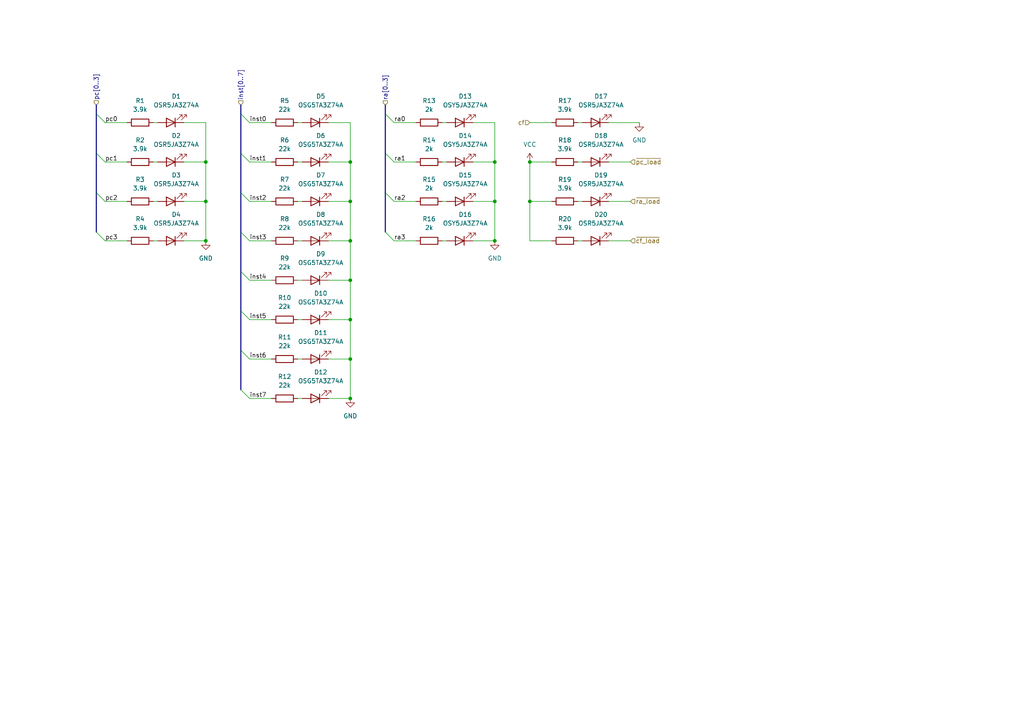
<source format=kicad_sch>
(kicad_sch (version 20211123) (generator eeschema)

  (uuid 8f3b5555-d0be-4ae3-a2d0-316f3ec550e0)

  (paper "A4")

  (lib_symbols
    (symbol "Device:LED" (pin_numbers hide) (pin_names (offset 1.016) hide) (in_bom yes) (on_board yes)
      (property "Reference" "D" (id 0) (at 0 2.54 0)
        (effects (font (size 1.27 1.27)))
      )
      (property "Value" "LED" (id 1) (at 0 -2.54 0)
        (effects (font (size 1.27 1.27)))
      )
      (property "Footprint" "" (id 2) (at 0 0 0)
        (effects (font (size 1.27 1.27)) hide)
      )
      (property "Datasheet" "~" (id 3) (at 0 0 0)
        (effects (font (size 1.27 1.27)) hide)
      )
      (property "ki_keywords" "LED diode" (id 4) (at 0 0 0)
        (effects (font (size 1.27 1.27)) hide)
      )
      (property "ki_description" "Light emitting diode" (id 5) (at 0 0 0)
        (effects (font (size 1.27 1.27)) hide)
      )
      (property "ki_fp_filters" "LED* LED_SMD:* LED_THT:*" (id 6) (at 0 0 0)
        (effects (font (size 1.27 1.27)) hide)
      )
      (symbol "LED_0_1"
        (polyline
          (pts
            (xy -1.27 -1.27)
            (xy -1.27 1.27)
          )
          (stroke (width 0.254) (type default) (color 0 0 0 0))
          (fill (type none))
        )
        (polyline
          (pts
            (xy -1.27 0)
            (xy 1.27 0)
          )
          (stroke (width 0) (type default) (color 0 0 0 0))
          (fill (type none))
        )
        (polyline
          (pts
            (xy 1.27 -1.27)
            (xy 1.27 1.27)
            (xy -1.27 0)
            (xy 1.27 -1.27)
          )
          (stroke (width 0.254) (type default) (color 0 0 0 0))
          (fill (type none))
        )
        (polyline
          (pts
            (xy -3.048 -0.762)
            (xy -4.572 -2.286)
            (xy -3.81 -2.286)
            (xy -4.572 -2.286)
            (xy -4.572 -1.524)
          )
          (stroke (width 0) (type default) (color 0 0 0 0))
          (fill (type none))
        )
        (polyline
          (pts
            (xy -1.778 -0.762)
            (xy -3.302 -2.286)
            (xy -2.54 -2.286)
            (xy -3.302 -2.286)
            (xy -3.302 -1.524)
          )
          (stroke (width 0) (type default) (color 0 0 0 0))
          (fill (type none))
        )
      )
      (symbol "LED_1_1"
        (pin passive line (at -3.81 0 0) (length 2.54)
          (name "K" (effects (font (size 1.27 1.27))))
          (number "1" (effects (font (size 1.27 1.27))))
        )
        (pin passive line (at 3.81 0 180) (length 2.54)
          (name "A" (effects (font (size 1.27 1.27))))
          (number "2" (effects (font (size 1.27 1.27))))
        )
      )
    )
    (symbol "Device:R" (pin_numbers hide) (pin_names (offset 0)) (in_bom yes) (on_board yes)
      (property "Reference" "R" (id 0) (at 2.032 0 90)
        (effects (font (size 1.27 1.27)))
      )
      (property "Value" "R" (id 1) (at 0 0 90)
        (effects (font (size 1.27 1.27)))
      )
      (property "Footprint" "" (id 2) (at -1.778 0 90)
        (effects (font (size 1.27 1.27)) hide)
      )
      (property "Datasheet" "~" (id 3) (at 0 0 0)
        (effects (font (size 1.27 1.27)) hide)
      )
      (property "ki_keywords" "R res resistor" (id 4) (at 0 0 0)
        (effects (font (size 1.27 1.27)) hide)
      )
      (property "ki_description" "Resistor" (id 5) (at 0 0 0)
        (effects (font (size 1.27 1.27)) hide)
      )
      (property "ki_fp_filters" "R_*" (id 6) (at 0 0 0)
        (effects (font (size 1.27 1.27)) hide)
      )
      (symbol "R_0_1"
        (rectangle (start -1.016 -2.54) (end 1.016 2.54)
          (stroke (width 0.254) (type default) (color 0 0 0 0))
          (fill (type none))
        )
      )
      (symbol "R_1_1"
        (pin passive line (at 0 3.81 270) (length 1.27)
          (name "~" (effects (font (size 1.27 1.27))))
          (number "1" (effects (font (size 1.27 1.27))))
        )
        (pin passive line (at 0 -3.81 90) (length 1.27)
          (name "~" (effects (font (size 1.27 1.27))))
          (number "2" (effects (font (size 1.27 1.27))))
        )
      )
    )
    (symbol "power:GND" (power) (pin_names (offset 0)) (in_bom yes) (on_board yes)
      (property "Reference" "#PWR" (id 0) (at 0 -6.35 0)
        (effects (font (size 1.27 1.27)) hide)
      )
      (property "Value" "GND" (id 1) (at 0 -3.81 0)
        (effects (font (size 1.27 1.27)))
      )
      (property "Footprint" "" (id 2) (at 0 0 0)
        (effects (font (size 1.27 1.27)) hide)
      )
      (property "Datasheet" "" (id 3) (at 0 0 0)
        (effects (font (size 1.27 1.27)) hide)
      )
      (property "ki_keywords" "power-flag" (id 4) (at 0 0 0)
        (effects (font (size 1.27 1.27)) hide)
      )
      (property "ki_description" "Power symbol creates a global label with name \"GND\" , ground" (id 5) (at 0 0 0)
        (effects (font (size 1.27 1.27)) hide)
      )
      (symbol "GND_0_1"
        (polyline
          (pts
            (xy 0 0)
            (xy 0 -1.27)
            (xy 1.27 -1.27)
            (xy 0 -2.54)
            (xy -1.27 -1.27)
            (xy 0 -1.27)
          )
          (stroke (width 0) (type default) (color 0 0 0 0))
          (fill (type none))
        )
      )
      (symbol "GND_1_1"
        (pin power_in line (at 0 0 270) (length 0) hide
          (name "GND" (effects (font (size 1.27 1.27))))
          (number "1" (effects (font (size 1.27 1.27))))
        )
      )
    )
    (symbol "power:VCC" (power) (pin_names (offset 0)) (in_bom yes) (on_board yes)
      (property "Reference" "#PWR" (id 0) (at 0 -3.81 0)
        (effects (font (size 1.27 1.27)) hide)
      )
      (property "Value" "VCC" (id 1) (at 0 3.81 0)
        (effects (font (size 1.27 1.27)))
      )
      (property "Footprint" "" (id 2) (at 0 0 0)
        (effects (font (size 1.27 1.27)) hide)
      )
      (property "Datasheet" "" (id 3) (at 0 0 0)
        (effects (font (size 1.27 1.27)) hide)
      )
      (property "ki_keywords" "power-flag" (id 4) (at 0 0 0)
        (effects (font (size 1.27 1.27)) hide)
      )
      (property "ki_description" "Power symbol creates a global label with name \"VCC\"" (id 5) (at 0 0 0)
        (effects (font (size 1.27 1.27)) hide)
      )
      (symbol "VCC_0_1"
        (polyline
          (pts
            (xy -0.762 1.27)
            (xy 0 2.54)
          )
          (stroke (width 0) (type default) (color 0 0 0 0))
          (fill (type none))
        )
        (polyline
          (pts
            (xy 0 0)
            (xy 0 2.54)
          )
          (stroke (width 0) (type default) (color 0 0 0 0))
          (fill (type none))
        )
        (polyline
          (pts
            (xy 0 2.54)
            (xy 0.762 1.27)
          )
          (stroke (width 0) (type default) (color 0 0 0 0))
          (fill (type none))
        )
      )
      (symbol "VCC_1_1"
        (pin power_in line (at 0 0 90) (length 0) hide
          (name "VCC" (effects (font (size 1.27 1.27))))
          (number "1" (effects (font (size 1.27 1.27))))
        )
      )
    )
  )

  (junction (at 101.6 46.99) (diameter 0) (color 0 0 0 0)
    (uuid 00e36806-113d-4f22-889e-3cd7be76ac5d)
  )
  (junction (at 101.6 58.42) (diameter 0) (color 0 0 0 0)
    (uuid 0b5df363-a7dc-4589-98ee-393869780f38)
  )
  (junction (at 153.67 46.99) (diameter 0) (color 0 0 0 0)
    (uuid 2d54b32e-12ef-4618-97bc-03ec0420f708)
  )
  (junction (at 101.6 104.14) (diameter 0) (color 0 0 0 0)
    (uuid 3ffce523-60ef-4ab3-a2c8-166a9e95c900)
  )
  (junction (at 143.51 46.99) (diameter 0) (color 0 0 0 0)
    (uuid 583082a0-7e46-49e6-b8d2-60787ec7825c)
  )
  (junction (at 101.6 115.57) (diameter 0) (color 0 0 0 0)
    (uuid 84e5e1a0-2ad6-4029-8c11-2081bac370ac)
  )
  (junction (at 59.69 69.85) (diameter 0) (color 0 0 0 0)
    (uuid 8538361c-c627-4993-afaa-bf01788b515d)
  )
  (junction (at 59.69 46.99) (diameter 0) (color 0 0 0 0)
    (uuid 8b169b1a-0639-4ed4-ac69-f5f9dfbf3aaa)
  )
  (junction (at 101.6 92.71) (diameter 0) (color 0 0 0 0)
    (uuid a573f386-4079-4b9d-b24a-834bb1a609d8)
  )
  (junction (at 59.69 58.42) (diameter 0) (color 0 0 0 0)
    (uuid b9ad1130-10e2-4405-9330-61241cdbaded)
  )
  (junction (at 101.6 69.85) (diameter 0) (color 0 0 0 0)
    (uuid c043b341-cb90-4855-a987-3949d52eb074)
  )
  (junction (at 143.51 58.42) (diameter 0) (color 0 0 0 0)
    (uuid c7a82cbe-3e92-4254-961c-47c2048fa6a2)
  )
  (junction (at 143.51 69.85) (diameter 0) (color 0 0 0 0)
    (uuid ceb3de01-ed2d-4294-98c0-dbac7526adf6)
  )
  (junction (at 153.67 58.42) (diameter 0) (color 0 0 0 0)
    (uuid d715d530-cb49-461e-acac-0183b228a497)
  )
  (junction (at 101.6 81.28) (diameter 0) (color 0 0 0 0)
    (uuid da1b4685-66ec-4d1c-9b0b-3995e94e78e9)
  )

  (bus_entry (at 111.76 33.02) (size 2.54 2.54)
    (stroke (width 0) (type default) (color 0 0 0 0))
    (uuid 2df5d48e-561d-41f5-9142-201971a2806a)
  )
  (bus_entry (at 111.76 67.31) (size 2.54 2.54)
    (stroke (width 0) (type default) (color 0 0 0 0))
    (uuid 3d91912f-3b96-4414-b79f-48df5dee0aba)
  )
  (bus_entry (at 69.85 67.31) (size 2.54 2.54)
    (stroke (width 0) (type default) (color 0 0 0 0))
    (uuid 4b65c5f6-0967-444e-993a-9283d50bb3c2)
  )
  (bus_entry (at 69.85 33.02) (size 2.54 2.54)
    (stroke (width 0) (type default) (color 0 0 0 0))
    (uuid 5677aff8-277b-4c50-b605-aea5cba5119c)
  )
  (bus_entry (at 27.94 55.88) (size 2.54 2.54)
    (stroke (width 0) (type default) (color 0 0 0 0))
    (uuid 58739576-1456-4826-b893-185fa783ab1a)
  )
  (bus_entry (at 27.94 67.31) (size 2.54 2.54)
    (stroke (width 0) (type default) (color 0 0 0 0))
    (uuid 5bfe732b-5c28-4344-bd97-ebebe80ba405)
  )
  (bus_entry (at 69.85 78.74) (size 2.54 2.54)
    (stroke (width 0) (type default) (color 0 0 0 0))
    (uuid 63944588-68d5-42a6-a5a6-ac157aa80777)
  )
  (bus_entry (at 69.85 113.03) (size 2.54 2.54)
    (stroke (width 0) (type default) (color 0 0 0 0))
    (uuid 71b67ff1-e676-4442-b222-8dafd1aa408f)
  )
  (bus_entry (at 69.85 44.45) (size 2.54 2.54)
    (stroke (width 0) (type default) (color 0 0 0 0))
    (uuid 96d64ec3-74dd-45f3-9f77-b1b10a62a585)
  )
  (bus_entry (at 27.94 44.45) (size 2.54 2.54)
    (stroke (width 0) (type default) (color 0 0 0 0))
    (uuid 9ab02d8b-4f32-4e10-a9d6-017e27d60ac6)
  )
  (bus_entry (at 111.76 55.88) (size 2.54 2.54)
    (stroke (width 0) (type default) (color 0 0 0 0))
    (uuid b0d12cfc-4089-4b75-9ff3-a91181f5e560)
  )
  (bus_entry (at 69.85 101.6) (size 2.54 2.54)
    (stroke (width 0) (type default) (color 0 0 0 0))
    (uuid b2fb94fd-6068-4585-a145-7bcec9ef8fd4)
  )
  (bus_entry (at 111.76 44.45) (size 2.54 2.54)
    (stroke (width 0) (type default) (color 0 0 0 0))
    (uuid c44562f0-c44f-48e0-8232-c2e43dc26e75)
  )
  (bus_entry (at 27.94 33.02) (size 2.54 2.54)
    (stroke (width 0) (type default) (color 0 0 0 0))
    (uuid d550f592-d009-45f9-9b05-1ba42456b26c)
  )
  (bus_entry (at 69.85 90.17) (size 2.54 2.54)
    (stroke (width 0) (type default) (color 0 0 0 0))
    (uuid f1f4d871-0962-4692-851b-f7d3ef465078)
  )
  (bus_entry (at 69.85 55.88) (size 2.54 2.54)
    (stroke (width 0) (type default) (color 0 0 0 0))
    (uuid f37bfd48-4b23-41e3-bd2c-44184ce9fd92)
  )

  (wire (pts (xy 101.6 69.85) (xy 101.6 81.28))
    (stroke (width 0) (type default) (color 0 0 0 0))
    (uuid 06c07836-4b6e-4fdd-a9e0-51959941ee09)
  )
  (wire (pts (xy 114.3 69.85) (xy 120.65 69.85))
    (stroke (width 0) (type default) (color 0 0 0 0))
    (uuid 0ab36684-7850-4bcc-b254-e3568cc1b15b)
  )
  (wire (pts (xy 86.36 115.57) (xy 87.63 115.57))
    (stroke (width 0) (type default) (color 0 0 0 0))
    (uuid 0affd8c4-7415-4286-a4bb-a4afee5d4d34)
  )
  (wire (pts (xy 86.36 35.56) (xy 87.63 35.56))
    (stroke (width 0) (type default) (color 0 0 0 0))
    (uuid 0cecc6f2-13bf-4f97-8c35-81c0a2be4ffb)
  )
  (bus (pts (xy 69.85 78.74) (xy 69.85 90.17))
    (stroke (width 0) (type default) (color 0 0 0 0))
    (uuid 135ae955-ab9f-4f41-ac65-f037ace4b33f)
  )

  (wire (pts (xy 86.36 69.85) (xy 87.63 69.85))
    (stroke (width 0) (type default) (color 0 0 0 0))
    (uuid 161200e4-736a-4698-8fd5-d6941bf1e5f4)
  )
  (wire (pts (xy 101.6 35.56) (xy 101.6 46.99))
    (stroke (width 0) (type default) (color 0 0 0 0))
    (uuid 1689c5ba-8c40-453c-9ac5-00179b3e8951)
  )
  (wire (pts (xy 95.25 58.42) (xy 101.6 58.42))
    (stroke (width 0) (type default) (color 0 0 0 0))
    (uuid 197bcb68-24b3-4894-b4e6-dd9c5d48470f)
  )
  (wire (pts (xy 128.27 46.99) (xy 129.54 46.99))
    (stroke (width 0) (type default) (color 0 0 0 0))
    (uuid 1a29dda4-14ba-4cce-9812-078af5f65e79)
  )
  (wire (pts (xy 30.48 35.56) (xy 36.83 35.56))
    (stroke (width 0) (type default) (color 0 0 0 0))
    (uuid 1ac3f38e-f8b9-44a1-a77e-41e68b1fba71)
  )
  (wire (pts (xy 44.45 46.99) (xy 45.72 46.99))
    (stroke (width 0) (type default) (color 0 0 0 0))
    (uuid 1dede7a4-a4b1-4075-a364-a810f210312f)
  )
  (wire (pts (xy 137.16 35.56) (xy 143.51 35.56))
    (stroke (width 0) (type default) (color 0 0 0 0))
    (uuid 1f9b3d64-cd0e-4abe-8357-17b33210a5a9)
  )
  (wire (pts (xy 167.64 35.56) (xy 168.91 35.56))
    (stroke (width 0) (type default) (color 0 0 0 0))
    (uuid 2033eed4-00ce-4cad-a50f-71d9a5ba116a)
  )
  (wire (pts (xy 72.39 81.28) (xy 78.74 81.28))
    (stroke (width 0) (type default) (color 0 0 0 0))
    (uuid 251957a2-33ef-45ad-9b5e-169e76e5ec0f)
  )
  (wire (pts (xy 137.16 69.85) (xy 143.51 69.85))
    (stroke (width 0) (type default) (color 0 0 0 0))
    (uuid 26783648-88ba-441b-8261-98986d121cfe)
  )
  (wire (pts (xy 101.6 104.14) (xy 101.6 115.57))
    (stroke (width 0) (type default) (color 0 0 0 0))
    (uuid 277286fb-93fa-4715-9772-a15f4b01cd81)
  )
  (bus (pts (xy 111.76 30.48) (xy 111.76 33.02))
    (stroke (width 0) (type default) (color 0 0 0 0))
    (uuid 28ea4023-e077-4efd-9e55-e3ee36ad9b72)
  )

  (wire (pts (xy 143.51 46.99) (xy 143.51 58.42))
    (stroke (width 0) (type default) (color 0 0 0 0))
    (uuid 29304dd2-f702-4c6d-aabc-8ecefc79e27b)
  )
  (bus (pts (xy 69.85 55.88) (xy 69.85 67.31))
    (stroke (width 0) (type default) (color 0 0 0 0))
    (uuid 2b19b9db-4ad1-4170-a00f-5b3f7b26c210)
  )

  (wire (pts (xy 59.69 46.99) (xy 59.69 58.42))
    (stroke (width 0) (type default) (color 0 0 0 0))
    (uuid 2ec81aca-4f53-4379-8de4-713725a488df)
  )
  (wire (pts (xy 72.39 92.71) (xy 78.74 92.71))
    (stroke (width 0) (type default) (color 0 0 0 0))
    (uuid 32375828-a403-4c06-bd0d-3937249e53d4)
  )
  (wire (pts (xy 59.69 58.42) (xy 59.69 69.85))
    (stroke (width 0) (type default) (color 0 0 0 0))
    (uuid 3383b90c-9b5d-473b-8710-972f0385a8a3)
  )
  (bus (pts (xy 27.94 30.48) (xy 27.94 33.02))
    (stroke (width 0) (type default) (color 0 0 0 0))
    (uuid 38693425-24e0-4b78-adff-b26e77b3b89f)
  )

  (wire (pts (xy 95.25 115.57) (xy 101.6 115.57))
    (stroke (width 0) (type default) (color 0 0 0 0))
    (uuid 3875a512-5210-4e64-869a-ed443ad5705f)
  )
  (wire (pts (xy 95.25 92.71) (xy 101.6 92.71))
    (stroke (width 0) (type default) (color 0 0 0 0))
    (uuid 398cec28-4f3a-4c2f-abb7-3d696ff357e3)
  )
  (wire (pts (xy 53.34 35.56) (xy 59.69 35.56))
    (stroke (width 0) (type default) (color 0 0 0 0))
    (uuid 3f1423f5-180a-4b41-8525-085a0e3ba396)
  )
  (wire (pts (xy 101.6 46.99) (xy 101.6 58.42))
    (stroke (width 0) (type default) (color 0 0 0 0))
    (uuid 42bb7f9f-3671-415f-b94c-79e67274673f)
  )
  (wire (pts (xy 95.25 81.28) (xy 101.6 81.28))
    (stroke (width 0) (type default) (color 0 0 0 0))
    (uuid 440f8abc-222e-4851-9c5a-bb2567db1038)
  )
  (wire (pts (xy 86.36 104.14) (xy 87.63 104.14))
    (stroke (width 0) (type default) (color 0 0 0 0))
    (uuid 47503c7f-1821-4dfe-94fe-af057f5d026a)
  )
  (wire (pts (xy 53.34 58.42) (xy 59.69 58.42))
    (stroke (width 0) (type default) (color 0 0 0 0))
    (uuid 4860b7ca-5462-43f4-a38e-eb1a17b607b0)
  )
  (wire (pts (xy 44.45 35.56) (xy 45.72 35.56))
    (stroke (width 0) (type default) (color 0 0 0 0))
    (uuid 491fcc44-25c8-47d1-aaca-26f5edf31fc2)
  )
  (wire (pts (xy 153.67 58.42) (xy 160.02 58.42))
    (stroke (width 0) (type default) (color 0 0 0 0))
    (uuid 4cdd832b-2131-4c85-9194-bab45563dec7)
  )
  (wire (pts (xy 95.25 46.99) (xy 101.6 46.99))
    (stroke (width 0) (type default) (color 0 0 0 0))
    (uuid 50117ddc-6e86-4e17-8aa6-a8d1fdaa1177)
  )
  (wire (pts (xy 176.53 46.99) (xy 182.88 46.99))
    (stroke (width 0) (type default) (color 0 0 0 0))
    (uuid 50c6d0aa-4a35-4a62-9c9b-d01c65dda222)
  )
  (bus (pts (xy 111.76 55.88) (xy 111.76 67.31))
    (stroke (width 0) (type default) (color 0 0 0 0))
    (uuid 540812fd-51e4-49cc-a08c-417cd3a0f7c7)
  )

  (wire (pts (xy 143.51 35.56) (xy 143.51 46.99))
    (stroke (width 0) (type default) (color 0 0 0 0))
    (uuid 54e1d078-e104-4fb0-994c-ab98f4fc5d3c)
  )
  (bus (pts (xy 69.85 44.45) (xy 69.85 55.88))
    (stroke (width 0) (type default) (color 0 0 0 0))
    (uuid 56ccb014-0b3a-4ed5-a9d0-c70f892a18b4)
  )

  (wire (pts (xy 44.45 58.42) (xy 45.72 58.42))
    (stroke (width 0) (type default) (color 0 0 0 0))
    (uuid 576e235f-bb99-4c21-8ca8-f30dfcb79721)
  )
  (wire (pts (xy 114.3 58.42) (xy 120.65 58.42))
    (stroke (width 0) (type default) (color 0 0 0 0))
    (uuid 5b8e1b8e-e7d3-4459-aa01-635d0a3da4ba)
  )
  (wire (pts (xy 137.16 58.42) (xy 143.51 58.42))
    (stroke (width 0) (type default) (color 0 0 0 0))
    (uuid 5bb4f561-5bd6-412d-8299-809efe3b3ab0)
  )
  (wire (pts (xy 176.53 35.56) (xy 185.42 35.56))
    (stroke (width 0) (type default) (color 0 0 0 0))
    (uuid 5cf8aa75-8a40-4343-af3a-05aa497123fb)
  )
  (wire (pts (xy 95.25 69.85) (xy 101.6 69.85))
    (stroke (width 0) (type default) (color 0 0 0 0))
    (uuid 5f876b0a-ae9e-48b1-97b6-a051505deb4f)
  )
  (bus (pts (xy 69.85 90.17) (xy 69.85 101.6))
    (stroke (width 0) (type default) (color 0 0 0 0))
    (uuid 60c2d4f1-2082-46ff-b38e-4ca9252bc196)
  )

  (wire (pts (xy 72.39 115.57) (xy 78.74 115.57))
    (stroke (width 0) (type default) (color 0 0 0 0))
    (uuid 6137289a-601d-4ac5-9046-551188f0001f)
  )
  (wire (pts (xy 153.67 35.56) (xy 160.02 35.56))
    (stroke (width 0) (type default) (color 0 0 0 0))
    (uuid 62afd704-08bc-42b9-aab2-ff50805ec9aa)
  )
  (wire (pts (xy 101.6 81.28) (xy 101.6 92.71))
    (stroke (width 0) (type default) (color 0 0 0 0))
    (uuid 6b5b9bc3-4e28-4dd3-833d-4f5fe51bebfe)
  )
  (wire (pts (xy 72.39 46.99) (xy 78.74 46.99))
    (stroke (width 0) (type default) (color 0 0 0 0))
    (uuid 6b717636-553b-4c6c-b9ad-4617676c956a)
  )
  (wire (pts (xy 114.3 46.99) (xy 120.65 46.99))
    (stroke (width 0) (type default) (color 0 0 0 0))
    (uuid 6c8f3e7a-dca0-493f-b7f0-76d5ae381a57)
  )
  (wire (pts (xy 114.3 35.56) (xy 120.65 35.56))
    (stroke (width 0) (type default) (color 0 0 0 0))
    (uuid 6e3bdb8c-575b-43f9-a6a3-94951353f117)
  )
  (wire (pts (xy 72.39 104.14) (xy 78.74 104.14))
    (stroke (width 0) (type default) (color 0 0 0 0))
    (uuid 70bd3c43-a4fe-4321-abff-7c24cb7bc106)
  )
  (wire (pts (xy 153.67 69.85) (xy 160.02 69.85))
    (stroke (width 0) (type default) (color 0 0 0 0))
    (uuid 7212b398-b3cc-4ed6-93e0-2f8a7914b6ed)
  )
  (wire (pts (xy 86.36 92.71) (xy 87.63 92.71))
    (stroke (width 0) (type default) (color 0 0 0 0))
    (uuid 75b6d273-8bd1-48d6-8683-be48217687ff)
  )
  (wire (pts (xy 53.34 69.85) (xy 59.69 69.85))
    (stroke (width 0) (type default) (color 0 0 0 0))
    (uuid 78de2e16-01c6-4187-a3b2-3ebf3c4e070b)
  )
  (wire (pts (xy 176.53 69.85) (xy 182.88 69.85))
    (stroke (width 0) (type default) (color 0 0 0 0))
    (uuid 7b27d3b3-ba5a-497a-9e3c-15380eb99cf6)
  )
  (wire (pts (xy 95.25 104.14) (xy 101.6 104.14))
    (stroke (width 0) (type default) (color 0 0 0 0))
    (uuid 7dec7eb6-bc3f-4c07-903f-b9f053e98b4e)
  )
  (wire (pts (xy 30.48 58.42) (xy 36.83 58.42))
    (stroke (width 0) (type default) (color 0 0 0 0))
    (uuid 8736483d-f2c3-4a99-9f9f-e6c819fb314d)
  )
  (wire (pts (xy 153.67 46.99) (xy 153.67 58.42))
    (stroke (width 0) (type default) (color 0 0 0 0))
    (uuid 8b4ba14a-d820-4064-8633-13be1f692915)
  )
  (wire (pts (xy 95.25 35.56) (xy 101.6 35.56))
    (stroke (width 0) (type default) (color 0 0 0 0))
    (uuid 8c253e73-ce42-4a84-bca6-bf85b5f8d124)
  )
  (wire (pts (xy 137.16 46.99) (xy 143.51 46.99))
    (stroke (width 0) (type default) (color 0 0 0 0))
    (uuid 8e87085f-38ba-46ba-91fb-d05ffe6b46bc)
  )
  (wire (pts (xy 153.67 46.99) (xy 160.02 46.99))
    (stroke (width 0) (type default) (color 0 0 0 0))
    (uuid 913c2881-6476-48a4-bc70-41671c156d63)
  )
  (wire (pts (xy 44.45 69.85) (xy 45.72 69.85))
    (stroke (width 0) (type default) (color 0 0 0 0))
    (uuid 92ea18a0-8d33-4991-99f1-32777b43740e)
  )
  (wire (pts (xy 143.51 58.42) (xy 143.51 69.85))
    (stroke (width 0) (type default) (color 0 0 0 0))
    (uuid 9d062086-fb31-4f68-9fe6-1166c15fc8d5)
  )
  (wire (pts (xy 86.36 81.28) (xy 87.63 81.28))
    (stroke (width 0) (type default) (color 0 0 0 0))
    (uuid 9ef3415a-4b19-4262-ac34-05703753f3aa)
  )
  (bus (pts (xy 69.85 101.6) (xy 69.85 113.03))
    (stroke (width 0) (type default) (color 0 0 0 0))
    (uuid 9fa847a0-24fd-4f02-b948-ffd92802f3aa)
  )

  (wire (pts (xy 167.64 46.99) (xy 168.91 46.99))
    (stroke (width 0) (type default) (color 0 0 0 0))
    (uuid a1cdd5af-32ca-4aa5-967a-17588653e548)
  )
  (bus (pts (xy 69.85 67.31) (xy 69.85 78.74))
    (stroke (width 0) (type default) (color 0 0 0 0))
    (uuid a372327e-358e-42e2-997f-4bf3ad31741a)
  )

  (wire (pts (xy 30.48 69.85) (xy 36.83 69.85))
    (stroke (width 0) (type default) (color 0 0 0 0))
    (uuid a930eabe-700c-4750-b46e-b5e67c9c2f91)
  )
  (bus (pts (xy 111.76 33.02) (xy 111.76 44.45))
    (stroke (width 0) (type default) (color 0 0 0 0))
    (uuid ad975569-5dc9-4ab5-a34f-936371926baf)
  )

  (wire (pts (xy 128.27 35.56) (xy 129.54 35.56))
    (stroke (width 0) (type default) (color 0 0 0 0))
    (uuid b3b79b97-0b16-48f6-89e4-918ec93782a9)
  )
  (wire (pts (xy 72.39 35.56) (xy 78.74 35.56))
    (stroke (width 0) (type default) (color 0 0 0 0))
    (uuid b6a5cb6a-5d0f-4855-b382-e2ddcfa0582a)
  )
  (wire (pts (xy 153.67 58.42) (xy 153.67 69.85))
    (stroke (width 0) (type default) (color 0 0 0 0))
    (uuid b6a66311-6697-4249-abef-b46976fa4bfc)
  )
  (wire (pts (xy 167.64 69.85) (xy 168.91 69.85))
    (stroke (width 0) (type default) (color 0 0 0 0))
    (uuid b77e96c0-261d-4a2c-8886-f0bb93cb87c4)
  )
  (wire (pts (xy 167.64 58.42) (xy 168.91 58.42))
    (stroke (width 0) (type default) (color 0 0 0 0))
    (uuid b9c16208-ba8f-445a-8d53-dbb3ab776c3c)
  )
  (wire (pts (xy 53.34 46.99) (xy 59.69 46.99))
    (stroke (width 0) (type default) (color 0 0 0 0))
    (uuid bc4cee09-3e7b-4dae-814a-f8e1a5d27a71)
  )
  (wire (pts (xy 101.6 58.42) (xy 101.6 69.85))
    (stroke (width 0) (type default) (color 0 0 0 0))
    (uuid bed7c9d3-eb6c-4625-b140-27ee26e0de08)
  )
  (bus (pts (xy 111.76 44.45) (xy 111.76 55.88))
    (stroke (width 0) (type default) (color 0 0 0 0))
    (uuid c4466aeb-fa86-4d1c-b832-a360dbd24b1c)
  )
  (bus (pts (xy 27.94 33.02) (xy 27.94 44.45))
    (stroke (width 0) (type default) (color 0 0 0 0))
    (uuid c54e3e05-4b50-419b-8c20-b95b88b96936)
  )

  (wire (pts (xy 101.6 92.71) (xy 101.6 104.14))
    (stroke (width 0) (type default) (color 0 0 0 0))
    (uuid c7d9913c-078d-49c5-870e-0ec3a3fdc00f)
  )
  (bus (pts (xy 27.94 44.45) (xy 27.94 55.88))
    (stroke (width 0) (type default) (color 0 0 0 0))
    (uuid d40b26d7-225e-41f3-a7ff-786d20554d69)
  )

  (wire (pts (xy 59.69 35.56) (xy 59.69 46.99))
    (stroke (width 0) (type default) (color 0 0 0 0))
    (uuid d8bc2fe2-fba0-446d-a620-fb6b33636492)
  )
  (bus (pts (xy 27.94 55.88) (xy 27.94 67.31))
    (stroke (width 0) (type default) (color 0 0 0 0))
    (uuid d9b3cd32-4bc0-4b1a-bd0a-61466e1e0ffb)
  )
  (bus (pts (xy 69.85 30.48) (xy 69.85 33.02))
    (stroke (width 0) (type default) (color 0 0 0 0))
    (uuid e4a8d258-5382-464b-8f02-3c4c1100412c)
  )

  (wire (pts (xy 86.36 58.42) (xy 87.63 58.42))
    (stroke (width 0) (type default) (color 0 0 0 0))
    (uuid e5797d39-57eb-4972-8c09-50f486be9356)
  )
  (wire (pts (xy 128.27 58.42) (xy 129.54 58.42))
    (stroke (width 0) (type default) (color 0 0 0 0))
    (uuid ee6b030b-8185-46fc-a997-ce0d2edd09cf)
  )
  (wire (pts (xy 176.53 58.42) (xy 182.88 58.42))
    (stroke (width 0) (type default) (color 0 0 0 0))
    (uuid f29ab9ff-0c6c-484b-b9a4-e8e0370bbc10)
  )
  (bus (pts (xy 69.85 33.02) (xy 69.85 44.45))
    (stroke (width 0) (type default) (color 0 0 0 0))
    (uuid f5e39e11-4e32-4d48-9bfe-5f18bf1c64e5)
  )

  (wire (pts (xy 128.27 69.85) (xy 129.54 69.85))
    (stroke (width 0) (type default) (color 0 0 0 0))
    (uuid f7a1fdec-3373-4f2c-9bd7-3412559ac482)
  )
  (wire (pts (xy 72.39 69.85) (xy 78.74 69.85))
    (stroke (width 0) (type default) (color 0 0 0 0))
    (uuid f86b24e1-4d92-449c-9b91-24fa8422d216)
  )
  (wire (pts (xy 86.36 46.99) (xy 87.63 46.99))
    (stroke (width 0) (type default) (color 0 0 0 0))
    (uuid fdcc983a-be7a-4e08-bdad-34151d00e36e)
  )
  (wire (pts (xy 30.48 46.99) (xy 36.83 46.99))
    (stroke (width 0) (type default) (color 0 0 0 0))
    (uuid fe766097-3f5c-42f5-aa02-29f2ac723b79)
  )
  (wire (pts (xy 72.39 58.42) (xy 78.74 58.42))
    (stroke (width 0) (type default) (color 0 0 0 0))
    (uuid ff8b2ff2-774d-4bc8-bf59-feb4e8dca6a3)
  )

  (label "inst1" (at 72.39 46.99 0)
    (effects (font (size 1.27 1.27)) (justify left bottom))
    (uuid 08edb32f-8304-4881-8a22-ed6816b17aa7)
  )
  (label "ra0" (at 114.3 35.56 0)
    (effects (font (size 1.27 1.27)) (justify left bottom))
    (uuid 0a186031-db59-4edb-85f4-f658d3fa970c)
  )
  (label "inst4" (at 72.39 81.28 0)
    (effects (font (size 1.27 1.27)) (justify left bottom))
    (uuid 154f90a2-5ead-4c37-914e-c3812488e620)
  )
  (label "inst7" (at 72.39 115.57 0)
    (effects (font (size 1.27 1.27)) (justify left bottom))
    (uuid 2292fec9-6281-493f-b69e-a735f3a36576)
  )
  (label "inst5" (at 72.39 92.71 0)
    (effects (font (size 1.27 1.27)) (justify left bottom))
    (uuid 411366ed-3973-4d4b-9b01-82ebe7d6dba5)
  )
  (label "pc1" (at 30.48 46.99 0)
    (effects (font (size 1.27 1.27)) (justify left bottom))
    (uuid 66098e52-3dfd-4bb2-909c-3120ba22a1b5)
  )
  (label "pc2" (at 30.48 58.42 0)
    (effects (font (size 1.27 1.27)) (justify left bottom))
    (uuid 7a741490-4adb-4307-a30c-45f41a4dc9fc)
  )
  (label "pc3" (at 30.48 69.85 0)
    (effects (font (size 1.27 1.27)) (justify left bottom))
    (uuid 8842fdd6-98fb-4347-8d57-1355e8ae7a90)
  )
  (label "inst6" (at 72.39 104.14 0)
    (effects (font (size 1.27 1.27)) (justify left bottom))
    (uuid 8b5c0fcd-1ce3-49a6-bb9e-21d3124e5fe3)
  )
  (label "ra1" (at 114.3 46.99 0)
    (effects (font (size 1.27 1.27)) (justify left bottom))
    (uuid 9b033cac-fc25-4a31-89ef-919bf45c219f)
  )
  (label "pc0" (at 30.48 35.56 0)
    (effects (font (size 1.27 1.27)) (justify left bottom))
    (uuid ad99d4a3-0792-418d-8afc-7300486bdc4f)
  )
  (label "inst3" (at 72.39 69.85 0)
    (effects (font (size 1.27 1.27)) (justify left bottom))
    (uuid b2255c27-66b0-40ee-ae44-2c03278e2dc7)
  )
  (label "inst2" (at 72.39 58.42 0)
    (effects (font (size 1.27 1.27)) (justify left bottom))
    (uuid bbafbf97-2ca0-43a7-8b2c-074bed245bc9)
  )
  (label "ra2" (at 114.3 58.42 0)
    (effects (font (size 1.27 1.27)) (justify left bottom))
    (uuid e12a4585-06a6-4ecf-8d07-b6616cc5aa0e)
  )
  (label "inst0" (at 72.39 35.56 0)
    (effects (font (size 1.27 1.27)) (justify left bottom))
    (uuid f4a2c4a2-300d-431e-929b-f80e68d45521)
  )
  (label "ra3" (at 114.3 69.85 0)
    (effects (font (size 1.27 1.27)) (justify left bottom))
    (uuid fd8c4f4f-ef2d-4558-9d70-467c39c2ff6a)
  )

  (hierarchical_label "cf" (shape input) (at 153.67 35.56 180)
    (effects (font (size 1.27 1.27)) (justify right))
    (uuid 1d999859-093c-423f-9ce4-7b95554e1437)
  )
  (hierarchical_label "pc[0..3]" (shape input) (at 27.94 30.48 90)
    (effects (font (size 1.27 1.27)) (justify left))
    (uuid 1f5e0582-6e9b-489e-a357-8d62a842372a)
  )
  (hierarchical_label "~{cf_load}" (shape input) (at 182.88 69.85 0)
    (effects (font (size 1.27 1.27)) (justify left))
    (uuid 4ab53c21-218e-4988-b924-fe34a5dae416)
  )
  (hierarchical_label "~{ra_load}" (shape input) (at 182.88 58.42 0)
    (effects (font (size 1.27 1.27)) (justify left))
    (uuid 8e799a09-fbe5-45db-b95a-d2167d707105)
  )
  (hierarchical_label "inst[0..7]" (shape input) (at 69.85 30.48 90)
    (effects (font (size 1.27 1.27)) (justify left))
    (uuid aa070ae2-0870-4c46-bf78-776588550621)
  )
  (hierarchical_label "ra[0..3]" (shape input) (at 111.76 30.48 90)
    (effects (font (size 1.27 1.27)) (justify left))
    (uuid dcb397d5-257e-4d6a-a0da-9864a0d0e717)
  )
  (hierarchical_label "~{pc_load}" (shape input) (at 182.88 46.99 0)
    (effects (font (size 1.27 1.27)) (justify left))
    (uuid dffa89af-ec46-4ca3-8670-0e85c079ee2c)
  )

  (symbol (lib_id "Device:LED") (at 172.72 46.99 180) (unit 1)
    (in_bom yes) (on_board yes) (fields_autoplaced)
    (uuid 009ba6d1-6340-4264-9398-2b1fbe8f6958)
    (property "Reference" "D18" (id 0) (at 174.3075 39.37 0))
    (property "Value" "OSR5JA3Z74A" (id 1) (at 174.3075 41.91 0))
    (property "Footprint" "LED_THT:LED_D3.0mm_Clear" (id 2) (at 172.72 46.99 0)
      (effects (font (size 1.27 1.27)) hide)
    )
    (property "Datasheet" "~" (id 3) (at 172.72 46.99 0)
      (effects (font (size 1.27 1.27)) hide)
    )
    (pin "1" (uuid 8e187a69-36a2-4969-8d90-08ed49d1ab56))
    (pin "2" (uuid 835a799e-6ee7-45e5-a1d6-45f141a5bc0f))
  )

  (symbol (lib_id "Device:R") (at 124.46 35.56 90) (unit 1)
    (in_bom yes) (on_board yes) (fields_autoplaced)
    (uuid 02e1b676-16de-4e06-96c5-a6cc54683254)
    (property "Reference" "R13" (id 0) (at 124.46 29.21 90))
    (property "Value" "2k" (id 1) (at 124.46 31.75 90))
    (property "Footprint" "Resistor_SMD:R_0805_2012Metric_Pad1.20x1.40mm_HandSolder" (id 2) (at 124.46 37.338 90)
      (effects (font (size 1.27 1.27)) hide)
    )
    (property "Datasheet" "~" (id 3) (at 124.46 35.56 0)
      (effects (font (size 1.27 1.27)) hide)
    )
    (pin "1" (uuid c202f25c-79c9-4970-aed5-61bcd43df03d))
    (pin "2" (uuid bf2c60f0-7d5e-4ba6-96f6-4dd5aacafa3a))
  )

  (symbol (lib_id "Device:R") (at 40.64 58.42 90) (unit 1)
    (in_bom yes) (on_board yes) (fields_autoplaced)
    (uuid 06f069f5-ecad-422c-ac99-816708bce908)
    (property "Reference" "R3" (id 0) (at 40.64 52.07 90))
    (property "Value" "3.9k" (id 1) (at 40.64 54.61 90))
    (property "Footprint" "Resistor_SMD:R_0805_2012Metric_Pad1.20x1.40mm_HandSolder" (id 2) (at 40.64 60.198 90)
      (effects (font (size 1.27 1.27)) hide)
    )
    (property "Datasheet" "~" (id 3) (at 40.64 58.42 0)
      (effects (font (size 1.27 1.27)) hide)
    )
    (pin "1" (uuid 0e93187d-f4af-48e5-a1c4-2a6bda49dfdb))
    (pin "2" (uuid 7409c470-6aa2-4d32-97e3-beece7c3116a))
  )

  (symbol (lib_id "Device:LED") (at 133.35 35.56 180) (unit 1)
    (in_bom yes) (on_board yes) (fields_autoplaced)
    (uuid 0ee3a88c-c6ff-4d02-a2f2-70c5504c0819)
    (property "Reference" "D13" (id 0) (at 134.9375 27.94 0))
    (property "Value" "OSY5JA3Z74A" (id 1) (at 134.9375 30.48 0))
    (property "Footprint" "LED_THT:LED_D3.0mm_Clear" (id 2) (at 133.35 35.56 0)
      (effects (font (size 1.27 1.27)) hide)
    )
    (property "Datasheet" "~" (id 3) (at 133.35 35.56 0)
      (effects (font (size 1.27 1.27)) hide)
    )
    (pin "1" (uuid 9a698e76-4234-4b16-b788-d059633f5104))
    (pin "2" (uuid 587084d2-283b-494d-91fd-b3d16f1a7d5f))
  )

  (symbol (lib_id "power:VCC") (at 153.67 46.99 0) (mirror y) (unit 1)
    (in_bom yes) (on_board yes) (fields_autoplaced)
    (uuid 197b0b14-8f00-4344-84c1-fd093674d602)
    (property "Reference" "#PWR0128" (id 0) (at 153.67 50.8 0)
      (effects (font (size 1.27 1.27)) hide)
    )
    (property "Value" "VCC" (id 1) (at 153.67 41.91 0))
    (property "Footprint" "" (id 2) (at 153.67 46.99 0)
      (effects (font (size 1.27 1.27)) hide)
    )
    (property "Datasheet" "" (id 3) (at 153.67 46.99 0)
      (effects (font (size 1.27 1.27)) hide)
    )
    (pin "1" (uuid da833205-a0c1-4189-924f-80e671865feb))
  )

  (symbol (lib_id "Device:R") (at 163.83 69.85 90) (unit 1)
    (in_bom yes) (on_board yes) (fields_autoplaced)
    (uuid 19f6cd05-b22e-4a4f-9d77-dfd7ed2dc605)
    (property "Reference" "R20" (id 0) (at 163.83 63.5 90))
    (property "Value" "3.9k" (id 1) (at 163.83 66.04 90))
    (property "Footprint" "Resistor_SMD:R_0805_2012Metric_Pad1.20x1.40mm_HandSolder" (id 2) (at 163.83 71.628 90)
      (effects (font (size 1.27 1.27)) hide)
    )
    (property "Datasheet" "~" (id 3) (at 163.83 69.85 0)
      (effects (font (size 1.27 1.27)) hide)
    )
    (pin "1" (uuid 95d4fbb9-ce91-4dca-b805-97f1258e3c11))
    (pin "2" (uuid 2e01e2d4-69e0-4431-b279-70127d7f4453))
  )

  (symbol (lib_id "Device:R") (at 163.83 46.99 90) (unit 1)
    (in_bom yes) (on_board yes) (fields_autoplaced)
    (uuid 1d388006-6e64-49fb-8543-fd51fb7ee7bb)
    (property "Reference" "R18" (id 0) (at 163.83 40.64 90))
    (property "Value" "3.9k" (id 1) (at 163.83 43.18 90))
    (property "Footprint" "Resistor_SMD:R_0805_2012Metric_Pad1.20x1.40mm_HandSolder" (id 2) (at 163.83 48.768 90)
      (effects (font (size 1.27 1.27)) hide)
    )
    (property "Datasheet" "~" (id 3) (at 163.83 46.99 0)
      (effects (font (size 1.27 1.27)) hide)
    )
    (pin "1" (uuid 535667f6-e7de-44e2-bb63-217b28599b7e))
    (pin "2" (uuid f510b0fd-65c4-4dec-861c-e9084dfe2015))
  )

  (symbol (lib_id "Device:R") (at 82.55 69.85 90) (unit 1)
    (in_bom yes) (on_board yes) (fields_autoplaced)
    (uuid 22c8e6bb-1d64-4224-aa92-4977c2ac4d67)
    (property "Reference" "R8" (id 0) (at 82.55 63.5 90))
    (property "Value" "22k" (id 1) (at 82.55 66.04 90))
    (property "Footprint" "Resistor_SMD:R_0805_2012Metric_Pad1.20x1.40mm_HandSolder" (id 2) (at 82.55 71.628 90)
      (effects (font (size 1.27 1.27)) hide)
    )
    (property "Datasheet" "~" (id 3) (at 82.55 69.85 0)
      (effects (font (size 1.27 1.27)) hide)
    )
    (pin "1" (uuid 9c879bff-3c3c-49e5-a790-4cef3c8359ed))
    (pin "2" (uuid 9ae56082-9a7c-4b53-854d-0382e3f4b1c3))
  )

  (symbol (lib_id "Device:LED") (at 172.72 58.42 180) (unit 1)
    (in_bom yes) (on_board yes) (fields_autoplaced)
    (uuid 28c8b1d8-184c-487f-991e-2a87c5da7fbc)
    (property "Reference" "D19" (id 0) (at 174.3075 50.8 0))
    (property "Value" "OSR5JA3Z74A" (id 1) (at 174.3075 53.34 0))
    (property "Footprint" "LED_THT:LED_D3.0mm_Clear" (id 2) (at 172.72 58.42 0)
      (effects (font (size 1.27 1.27)) hide)
    )
    (property "Datasheet" "~" (id 3) (at 172.72 58.42 0)
      (effects (font (size 1.27 1.27)) hide)
    )
    (pin "1" (uuid c36451d7-4861-46e9-965f-89fa65d96f1c))
    (pin "2" (uuid eb94e7a9-36bd-4945-b9b1-ab4c2cd3296b))
  )

  (symbol (lib_id "Device:LED") (at 133.35 46.99 180) (unit 1)
    (in_bom yes) (on_board yes) (fields_autoplaced)
    (uuid 2bb8a0c4-3137-4331-a653-d83dd1571c8a)
    (property "Reference" "D14" (id 0) (at 134.9375 39.37 0))
    (property "Value" "OSY5JA3Z74A" (id 1) (at 134.9375 41.91 0))
    (property "Footprint" "LED_THT:LED_D3.0mm_Clear" (id 2) (at 133.35 46.99 0)
      (effects (font (size 1.27 1.27)) hide)
    )
    (property "Datasheet" "~" (id 3) (at 133.35 46.99 0)
      (effects (font (size 1.27 1.27)) hide)
    )
    (pin "1" (uuid 8bcc7d2b-c179-4fd3-b6c9-041bfc176927))
    (pin "2" (uuid 349df9cc-f500-4fe5-8bcd-b7f962eb2282))
  )

  (symbol (lib_id "Device:R") (at 82.55 104.14 90) (unit 1)
    (in_bom yes) (on_board yes) (fields_autoplaced)
    (uuid 3105e885-c574-40ce-8143-e5e452c2580f)
    (property "Reference" "R11" (id 0) (at 82.55 97.79 90))
    (property "Value" "22k" (id 1) (at 82.55 100.33 90))
    (property "Footprint" "Resistor_SMD:R_0805_2012Metric_Pad1.20x1.40mm_HandSolder" (id 2) (at 82.55 105.918 90)
      (effects (font (size 1.27 1.27)) hide)
    )
    (property "Datasheet" "~" (id 3) (at 82.55 104.14 0)
      (effects (font (size 1.27 1.27)) hide)
    )
    (pin "1" (uuid 6d2b1940-c565-4d94-9920-d2da5df6c253))
    (pin "2" (uuid 097170c7-2144-4948-8a96-33e46e84f878))
  )

  (symbol (lib_id "Device:R") (at 82.55 92.71 90) (unit 1)
    (in_bom yes) (on_board yes) (fields_autoplaced)
    (uuid 3244bc04-6068-4ee2-85d5-ccf38aefac21)
    (property "Reference" "R10" (id 0) (at 82.55 86.36 90))
    (property "Value" "22k" (id 1) (at 82.55 88.9 90))
    (property "Footprint" "Resistor_SMD:R_0805_2012Metric_Pad1.20x1.40mm_HandSolder" (id 2) (at 82.55 94.488 90)
      (effects (font (size 1.27 1.27)) hide)
    )
    (property "Datasheet" "~" (id 3) (at 82.55 92.71 0)
      (effects (font (size 1.27 1.27)) hide)
    )
    (pin "1" (uuid c615bff2-75cb-42e3-a46e-cad71193c17a))
    (pin "2" (uuid dff19fa1-cfb4-4c64-948b-9be041bf129b))
  )

  (symbol (lib_id "Device:LED") (at 49.53 35.56 180) (unit 1)
    (in_bom yes) (on_board yes) (fields_autoplaced)
    (uuid 381ac0ba-1452-42d2-80b0-a1b73edf92b7)
    (property "Reference" "D1" (id 0) (at 51.1175 27.94 0))
    (property "Value" "OSR5JA3Z74A" (id 1) (at 51.1175 30.48 0))
    (property "Footprint" "LED_THT:LED_D3.0mm_Clear" (id 2) (at 49.53 35.56 0)
      (effects (font (size 1.27 1.27)) hide)
    )
    (property "Datasheet" "~" (id 3) (at 49.53 35.56 0)
      (effects (font (size 1.27 1.27)) hide)
    )
    (pin "1" (uuid 56b41bab-df22-4525-ac40-a298fa4635cb))
    (pin "2" (uuid f93e0c39-dd0d-4b7b-8354-952ece9d5893))
  )

  (symbol (lib_id "Device:R") (at 82.55 58.42 90) (unit 1)
    (in_bom yes) (on_board yes)
    (uuid 41d84ea3-8536-4488-924a-f2d96994ad96)
    (property "Reference" "R7" (id 0) (at 82.55 52.07 90))
    (property "Value" "22k" (id 1) (at 82.55 54.61 90))
    (property "Footprint" "Resistor_SMD:R_0805_2012Metric_Pad1.20x1.40mm_HandSolder" (id 2) (at 82.55 60.198 90)
      (effects (font (size 1.27 1.27)) hide)
    )
    (property "Datasheet" "~" (id 3) (at 82.55 58.42 0)
      (effects (font (size 1.27 1.27)) hide)
    )
    (pin "1" (uuid 052e1532-78c7-46de-baa0-bfa09af281ee))
    (pin "2" (uuid f3101cee-363a-4a6a-8db3-7131c233334f))
  )

  (symbol (lib_id "Device:R") (at 40.64 69.85 90) (unit 1)
    (in_bom yes) (on_board yes) (fields_autoplaced)
    (uuid 481f39ad-7433-4f1e-a6a6-b6493375371d)
    (property "Reference" "R4" (id 0) (at 40.64 63.5 90))
    (property "Value" "3.9k" (id 1) (at 40.64 66.04 90))
    (property "Footprint" "Resistor_SMD:R_0805_2012Metric_Pad1.20x1.40mm_HandSolder" (id 2) (at 40.64 71.628 90)
      (effects (font (size 1.27 1.27)) hide)
    )
    (property "Datasheet" "~" (id 3) (at 40.64 69.85 0)
      (effects (font (size 1.27 1.27)) hide)
    )
    (pin "1" (uuid ed8e4ded-5f1f-4e3a-a370-c00708200408))
    (pin "2" (uuid 72abff17-435e-46d6-bb55-422a42961cba))
  )

  (symbol (lib_id "Device:LED") (at 49.53 69.85 180) (unit 1)
    (in_bom yes) (on_board yes) (fields_autoplaced)
    (uuid 4a8cf9ce-fdd7-4c3d-953b-97bad67f79c9)
    (property "Reference" "D4" (id 0) (at 51.1175 62.23 0))
    (property "Value" "OSR5JA3Z74A" (id 1) (at 51.1175 64.77 0))
    (property "Footprint" "LED_THT:LED_D3.0mm_Clear" (id 2) (at 49.53 69.85 0)
      (effects (font (size 1.27 1.27)) hide)
    )
    (property "Datasheet" "~" (id 3) (at 49.53 69.85 0)
      (effects (font (size 1.27 1.27)) hide)
    )
    (pin "1" (uuid f58c3928-37aa-4b6c-bc79-caa7d95369b8))
    (pin "2" (uuid 6769ab0e-a8a1-41e9-9e84-f94e44f7f727))
  )

  (symbol (lib_id "Device:LED") (at 91.44 81.28 180) (unit 1)
    (in_bom yes) (on_board yes) (fields_autoplaced)
    (uuid 60749ce9-1f58-4a2f-9889-99893a35c717)
    (property "Reference" "D9" (id 0) (at 93.0275 73.66 0))
    (property "Value" "OSG5TA3Z74A" (id 1) (at 93.0275 76.2 0))
    (property "Footprint" "LED_THT:LED_D3.0mm_Clear" (id 2) (at 91.44 81.28 0)
      (effects (font (size 1.27 1.27)) hide)
    )
    (property "Datasheet" "~" (id 3) (at 91.44 81.28 0)
      (effects (font (size 1.27 1.27)) hide)
    )
    (pin "1" (uuid 7ca2a1f9-37b3-4b11-9666-ed680e8e5ef7))
    (pin "2" (uuid a800416c-c27c-450e-a85c-cdd95e4c400a))
  )

  (symbol (lib_id "Device:R") (at 124.46 58.42 90) (unit 1)
    (in_bom yes) (on_board yes) (fields_autoplaced)
    (uuid 6dde29d9-0593-4287-9692-08dc4b8bec19)
    (property "Reference" "R15" (id 0) (at 124.46 52.07 90))
    (property "Value" "2k" (id 1) (at 124.46 54.61 90))
    (property "Footprint" "Resistor_SMD:R_0805_2012Metric_Pad1.20x1.40mm_HandSolder" (id 2) (at 124.46 60.198 90)
      (effects (font (size 1.27 1.27)) hide)
    )
    (property "Datasheet" "~" (id 3) (at 124.46 58.42 0)
      (effects (font (size 1.27 1.27)) hide)
    )
    (pin "1" (uuid d090e542-0dec-4035-a366-a9e3164043bf))
    (pin "2" (uuid aa3c9125-6e0d-438e-89b1-dc27a4aa1225))
  )

  (symbol (lib_id "power:GND") (at 101.6 115.57 0) (unit 1)
    (in_bom yes) (on_board yes) (fields_autoplaced)
    (uuid 71f668f9-9454-43f3-8e4f-6859b9ee0264)
    (property "Reference" "#PWR0125" (id 0) (at 101.6 121.92 0)
      (effects (font (size 1.27 1.27)) hide)
    )
    (property "Value" "GND" (id 1) (at 101.6 120.65 0))
    (property "Footprint" "" (id 2) (at 101.6 115.57 0)
      (effects (font (size 1.27 1.27)) hide)
    )
    (property "Datasheet" "" (id 3) (at 101.6 115.57 0)
      (effects (font (size 1.27 1.27)) hide)
    )
    (pin "1" (uuid d1967c59-2622-4dd8-9cf7-20cb26b5ca5b))
  )

  (symbol (lib_id "Device:LED") (at 133.35 58.42 180) (unit 1)
    (in_bom yes) (on_board yes) (fields_autoplaced)
    (uuid 74957405-10d6-4b4e-b150-8ff7bde5aa40)
    (property "Reference" "D15" (id 0) (at 134.9375 50.8 0))
    (property "Value" "OSY5JA3Z74A" (id 1) (at 134.9375 53.34 0))
    (property "Footprint" "LED_THT:LED_D3.0mm_Clear" (id 2) (at 133.35 58.42 0)
      (effects (font (size 1.27 1.27)) hide)
    )
    (property "Datasheet" "~" (id 3) (at 133.35 58.42 0)
      (effects (font (size 1.27 1.27)) hide)
    )
    (pin "1" (uuid 2170e46d-6829-48f2-8cba-42234bab4768))
    (pin "2" (uuid c2387116-bcec-4880-a7e1-79ad3605fe96))
  )

  (symbol (lib_id "Device:R") (at 82.55 46.99 90) (unit 1)
    (in_bom yes) (on_board yes) (fields_autoplaced)
    (uuid 75a315fe-09bd-43ba-a192-fce831127075)
    (property "Reference" "R6" (id 0) (at 82.55 40.64 90))
    (property "Value" "22k" (id 1) (at 82.55 43.18 90))
    (property "Footprint" "Resistor_SMD:R_0805_2012Metric_Pad1.20x1.40mm_HandSolder" (id 2) (at 82.55 48.768 90)
      (effects (font (size 1.27 1.27)) hide)
    )
    (property "Datasheet" "~" (id 3) (at 82.55 46.99 0)
      (effects (font (size 1.27 1.27)) hide)
    )
    (pin "1" (uuid 6afb9509-4267-45b9-b7dd-802c6961c178))
    (pin "2" (uuid 5a7425a7-7cf2-4e47-83bc-3b0e7de525d4))
  )

  (symbol (lib_id "Device:LED") (at 133.35 69.85 180) (unit 1)
    (in_bom yes) (on_board yes)
    (uuid 79fa2112-ba21-4d8b-a179-bbafcafc0b2a)
    (property "Reference" "D16" (id 0) (at 134.9375 62.23 0))
    (property "Value" "OSY5JA3Z74A" (id 1) (at 134.9375 64.77 0))
    (property "Footprint" "LED_THT:LED_D3.0mm_Clear" (id 2) (at 133.35 69.85 0)
      (effects (font (size 1.27 1.27)) hide)
    )
    (property "Datasheet" "~" (id 3) (at 133.35 69.85 0)
      (effects (font (size 1.27 1.27)) hide)
    )
    (pin "1" (uuid c669eb71-27fc-474e-ad66-4f2f275532c7))
    (pin "2" (uuid 86ca96a6-1378-493b-8b61-5750723974b7))
  )

  (symbol (lib_id "Device:R") (at 82.55 115.57 90) (unit 1)
    (in_bom yes) (on_board yes) (fields_autoplaced)
    (uuid 8ca3769f-1d61-4ee3-a6fb-1ed47e952665)
    (property "Reference" "R12" (id 0) (at 82.55 109.22 90))
    (property "Value" "22k" (id 1) (at 82.55 111.76 90))
    (property "Footprint" "Resistor_SMD:R_0805_2012Metric_Pad1.20x1.40mm_HandSolder" (id 2) (at 82.55 117.348 90)
      (effects (font (size 1.27 1.27)) hide)
    )
    (property "Datasheet" "~" (id 3) (at 82.55 115.57 0)
      (effects (font (size 1.27 1.27)) hide)
    )
    (pin "1" (uuid 2eaa7500-98c8-439d-b857-35f48bae0333))
    (pin "2" (uuid 5ed5e4da-67fd-409c-ada6-63484510164c))
  )

  (symbol (lib_id "power:GND") (at 185.42 35.56 0) (unit 1)
    (in_bom yes) (on_board yes) (fields_autoplaced)
    (uuid 8d80ca90-6140-4c7a-ad5b-0c1129e6bae8)
    (property "Reference" "#PWR0129" (id 0) (at 185.42 41.91 0)
      (effects (font (size 1.27 1.27)) hide)
    )
    (property "Value" "GND" (id 1) (at 185.42 40.64 0))
    (property "Footprint" "" (id 2) (at 185.42 35.56 0)
      (effects (font (size 1.27 1.27)) hide)
    )
    (property "Datasheet" "" (id 3) (at 185.42 35.56 0)
      (effects (font (size 1.27 1.27)) hide)
    )
    (pin "1" (uuid afb6585d-ed29-41ca-ab95-9c9c98a1f549))
  )

  (symbol (lib_id "Device:R") (at 40.64 35.56 90) (unit 1)
    (in_bom yes) (on_board yes) (fields_autoplaced)
    (uuid 8e656f8e-b3c8-45da-bbce-173eea3ae956)
    (property "Reference" "R1" (id 0) (at 40.64 29.21 90))
    (property "Value" "3.9k" (id 1) (at 40.64 31.75 90))
    (property "Footprint" "Resistor_SMD:R_0805_2012Metric_Pad1.20x1.40mm_HandSolder" (id 2) (at 40.64 37.338 90)
      (effects (font (size 1.27 1.27)) hide)
    )
    (property "Datasheet" "~" (id 3) (at 40.64 35.56 0)
      (effects (font (size 1.27 1.27)) hide)
    )
    (pin "1" (uuid 685bf253-7e51-40ec-8d43-57d69d12e5e2))
    (pin "2" (uuid 5eac54c5-305d-41d6-8b17-f9ef74142fc5))
  )

  (symbol (lib_id "Device:LED") (at 91.44 58.42 180) (unit 1)
    (in_bom yes) (on_board yes) (fields_autoplaced)
    (uuid 9784282a-b8b7-4596-a74c-a9fe26c692e5)
    (property "Reference" "D7" (id 0) (at 93.0275 50.8 0))
    (property "Value" "OSG5TA3Z74A" (id 1) (at 93.0275 53.34 0))
    (property "Footprint" "LED_THT:LED_D3.0mm_Clear" (id 2) (at 91.44 58.42 0)
      (effects (font (size 1.27 1.27)) hide)
    )
    (property "Datasheet" "~" (id 3) (at 91.44 58.42 0)
      (effects (font (size 1.27 1.27)) hide)
    )
    (pin "1" (uuid 08c0c97a-1e3a-482c-8a11-d172b32725da))
    (pin "2" (uuid 690323a3-1c05-46f5-9181-0c7bd326a406))
  )

  (symbol (lib_id "Device:LED") (at 172.72 35.56 180) (unit 1)
    (in_bom yes) (on_board yes)
    (uuid 9a2dbec5-9395-4a02-a33f-494b6fc8ee0a)
    (property "Reference" "D17" (id 0) (at 174.3075 27.94 0))
    (property "Value" "OSR5JA3Z74A" (id 1) (at 174.3075 30.48 0))
    (property "Footprint" "LED_THT:LED_D3.0mm_Clear" (id 2) (at 172.72 35.56 0)
      (effects (font (size 1.27 1.27)) hide)
    )
    (property "Datasheet" "~" (id 3) (at 172.72 35.56 0)
      (effects (font (size 1.27 1.27)) hide)
    )
    (pin "1" (uuid b45c6eb3-d789-45ae-9e96-aec465702bee))
    (pin "2" (uuid 7ac57394-7d2d-4ebd-8a7a-d18d32105c78))
  )

  (symbol (lib_id "Device:LED") (at 49.53 46.99 180) (unit 1)
    (in_bom yes) (on_board yes) (fields_autoplaced)
    (uuid a12f684e-71e8-4eb5-b3a0-1383702cc6d9)
    (property "Reference" "D2" (id 0) (at 51.1175 39.37 0))
    (property "Value" "OSR5JA3Z74A" (id 1) (at 51.1175 41.91 0))
    (property "Footprint" "LED_THT:LED_D3.0mm_Clear" (id 2) (at 49.53 46.99 0)
      (effects (font (size 1.27 1.27)) hide)
    )
    (property "Datasheet" "~" (id 3) (at 49.53 46.99 0)
      (effects (font (size 1.27 1.27)) hide)
    )
    (pin "1" (uuid 849b2233-bcea-4d4b-88ae-21161e99a811))
    (pin "2" (uuid 751279c9-50e3-4ce0-a02d-877eed1a9d5f))
  )

  (symbol (lib_id "Device:LED") (at 91.44 46.99 180) (unit 1)
    (in_bom yes) (on_board yes) (fields_autoplaced)
    (uuid a8be33ce-0e97-4b06-a83d-3d41a1fea3ed)
    (property "Reference" "D6" (id 0) (at 93.0275 39.37 0))
    (property "Value" "OSG5TA3Z74A" (id 1) (at 93.0275 41.91 0))
    (property "Footprint" "LED_THT:LED_D3.0mm_Clear" (id 2) (at 91.44 46.99 0)
      (effects (font (size 1.27 1.27)) hide)
    )
    (property "Datasheet" "~" (id 3) (at 91.44 46.99 0)
      (effects (font (size 1.27 1.27)) hide)
    )
    (pin "1" (uuid 97ef41ea-4f5b-4827-944e-d7e3ec9e3880))
    (pin "2" (uuid 9c3b1dd9-1690-4400-936c-494e7e345e80))
  )

  (symbol (lib_id "Device:R") (at 82.55 35.56 90) (unit 1)
    (in_bom yes) (on_board yes) (fields_autoplaced)
    (uuid ad1adb42-cd8b-4e6a-a1ff-2d0356a21884)
    (property "Reference" "R5" (id 0) (at 82.55 29.21 90))
    (property "Value" "22k" (id 1) (at 82.55 31.75 90))
    (property "Footprint" "Resistor_SMD:R_0805_2012Metric_Pad1.20x1.40mm_HandSolder" (id 2) (at 82.55 37.338 90)
      (effects (font (size 1.27 1.27)) hide)
    )
    (property "Datasheet" "~" (id 3) (at 82.55 35.56 0)
      (effects (font (size 1.27 1.27)) hide)
    )
    (pin "1" (uuid cd7b239e-ef38-4a64-9658-de5d24455229))
    (pin "2" (uuid c1e7ee66-50d0-4e75-b58e-b44d4fcac97b))
  )

  (symbol (lib_id "Device:R") (at 163.83 35.56 90) (unit 1)
    (in_bom yes) (on_board yes) (fields_autoplaced)
    (uuid af1c800f-b493-4b5c-a96c-b7f3734490d1)
    (property "Reference" "R17" (id 0) (at 163.83 29.21 90))
    (property "Value" "3.9k" (id 1) (at 163.83 31.75 90))
    (property "Footprint" "Resistor_SMD:R_0805_2012Metric_Pad1.20x1.40mm_HandSolder" (id 2) (at 163.83 37.338 90)
      (effects (font (size 1.27 1.27)) hide)
    )
    (property "Datasheet" "~" (id 3) (at 163.83 35.56 0)
      (effects (font (size 1.27 1.27)) hide)
    )
    (pin "1" (uuid 43260725-9667-41e1-a6f8-84a05e43bbfa))
    (pin "2" (uuid 53ca95cd-6e7d-48cc-a88e-10155c171f9d))
  )

  (symbol (lib_id "Device:R") (at 82.55 81.28 90) (unit 1)
    (in_bom yes) (on_board yes) (fields_autoplaced)
    (uuid bc5273c3-012f-45b1-962a-d2f6bccb6a9a)
    (property "Reference" "R9" (id 0) (at 82.55 74.93 90))
    (property "Value" "22k" (id 1) (at 82.55 77.47 90))
    (property "Footprint" "Resistor_SMD:R_0805_2012Metric_Pad1.20x1.40mm_HandSolder" (id 2) (at 82.55 83.058 90)
      (effects (font (size 1.27 1.27)) hide)
    )
    (property "Datasheet" "~" (id 3) (at 82.55 81.28 0)
      (effects (font (size 1.27 1.27)) hide)
    )
    (pin "1" (uuid e4878d43-dd73-4d89-9224-172178de8391))
    (pin "2" (uuid d9b6dc42-562c-4f0e-af36-6a8d030cdc29))
  )

  (symbol (lib_id "Device:LED") (at 91.44 115.57 180) (unit 1)
    (in_bom yes) (on_board yes) (fields_autoplaced)
    (uuid d344eea6-d520-486f-a103-ec65ca66fba4)
    (property "Reference" "D12" (id 0) (at 93.0275 107.95 0))
    (property "Value" "OSG5TA3Z74A" (id 1) (at 93.0275 110.49 0))
    (property "Footprint" "LED_THT:LED_D3.0mm_Clear" (id 2) (at 91.44 115.57 0)
      (effects (font (size 1.27 1.27)) hide)
    )
    (property "Datasheet" "~" (id 3) (at 91.44 115.57 0)
      (effects (font (size 1.27 1.27)) hide)
    )
    (pin "1" (uuid 244996bf-fce5-48a4-911c-2c08d530794d))
    (pin "2" (uuid 7eb093c3-79fa-4191-a20d-9f11e6cddb9b))
  )

  (symbol (lib_id "Device:LED") (at 49.53 58.42 180) (unit 1)
    (in_bom yes) (on_board yes) (fields_autoplaced)
    (uuid dc241a4f-4a55-4e52-9b5e-2ab04fca978e)
    (property "Reference" "D3" (id 0) (at 51.1175 50.8 0))
    (property "Value" "OSR5JA3Z74A" (id 1) (at 51.1175 53.34 0))
    (property "Footprint" "LED_THT:LED_D3.0mm_Clear" (id 2) (at 49.53 58.42 0)
      (effects (font (size 1.27 1.27)) hide)
    )
    (property "Datasheet" "~" (id 3) (at 49.53 58.42 0)
      (effects (font (size 1.27 1.27)) hide)
    )
    (pin "1" (uuid 9a5f6f5a-9d56-4983-83e2-dd223289e3e6))
    (pin "2" (uuid 065a4429-f8c5-436e-8eee-9bb327dcc1de))
  )

  (symbol (lib_id "Device:LED") (at 91.44 104.14 180) (unit 1)
    (in_bom yes) (on_board yes) (fields_autoplaced)
    (uuid dcf78487-b3cf-46ce-962c-5570939c10f4)
    (property "Reference" "D11" (id 0) (at 93.0275 96.52 0))
    (property "Value" "OSG5TA3Z74A" (id 1) (at 93.0275 99.06 0))
    (property "Footprint" "LED_THT:LED_D3.0mm_Clear" (id 2) (at 91.44 104.14 0)
      (effects (font (size 1.27 1.27)) hide)
    )
    (property "Datasheet" "~" (id 3) (at 91.44 104.14 0)
      (effects (font (size 1.27 1.27)) hide)
    )
    (pin "1" (uuid 0500a04c-d2be-4de5-ba6e-30c52eca5497))
    (pin "2" (uuid fbaf946a-920c-42ea-8693-f3818c9a2aac))
  )

  (symbol (lib_id "Device:R") (at 124.46 69.85 90) (unit 1)
    (in_bom yes) (on_board yes) (fields_autoplaced)
    (uuid df3f4b54-5220-47ff-ac44-29079f037dfe)
    (property "Reference" "R16" (id 0) (at 124.46 63.5 90))
    (property "Value" "2k" (id 1) (at 124.46 66.04 90))
    (property "Footprint" "Resistor_SMD:R_0805_2012Metric_Pad1.20x1.40mm_HandSolder" (id 2) (at 124.46 71.628 90)
      (effects (font (size 1.27 1.27)) hide)
    )
    (property "Datasheet" "~" (id 3) (at 124.46 69.85 0)
      (effects (font (size 1.27 1.27)) hide)
    )
    (pin "1" (uuid bcabeed8-d062-485b-9b0a-3caaf81ddc21))
    (pin "2" (uuid 3d62aa06-2c96-43e9-b5af-467db78ccc9f))
  )

  (symbol (lib_id "power:GND") (at 59.69 69.85 0) (unit 1)
    (in_bom yes) (on_board yes) (fields_autoplaced)
    (uuid e3f37707-708f-4730-840c-af10daf0eeed)
    (property "Reference" "#PWR0126" (id 0) (at 59.69 76.2 0)
      (effects (font (size 1.27 1.27)) hide)
    )
    (property "Value" "GND" (id 1) (at 59.69 74.93 0))
    (property "Footprint" "" (id 2) (at 59.69 69.85 0)
      (effects (font (size 1.27 1.27)) hide)
    )
    (property "Datasheet" "" (id 3) (at 59.69 69.85 0)
      (effects (font (size 1.27 1.27)) hide)
    )
    (pin "1" (uuid 3d635ae3-cade-413c-b7fd-1c5c59d93f6b))
  )

  (symbol (lib_id "Device:LED") (at 91.44 92.71 180) (unit 1)
    (in_bom yes) (on_board yes) (fields_autoplaced)
    (uuid e84ee642-1b5c-4b3b-be2a-b8d2054b8674)
    (property "Reference" "D10" (id 0) (at 93.0275 85.09 0))
    (property "Value" "OSG5TA3Z74A" (id 1) (at 93.0275 87.63 0))
    (property "Footprint" "LED_THT:LED_D3.0mm_Clear" (id 2) (at 91.44 92.71 0)
      (effects (font (size 1.27 1.27)) hide)
    )
    (property "Datasheet" "~" (id 3) (at 91.44 92.71 0)
      (effects (font (size 1.27 1.27)) hide)
    )
    (pin "1" (uuid 4f18d96f-dac6-444c-8750-ed5591586e99))
    (pin "2" (uuid b72b5a96-5135-409a-94cc-2e5fe48eaf28))
  )

  (symbol (lib_id "Device:R") (at 124.46 46.99 90) (unit 1)
    (in_bom yes) (on_board yes) (fields_autoplaced)
    (uuid e9a374db-c3da-43da-b62c-0b57407ea90e)
    (property "Reference" "R14" (id 0) (at 124.46 40.64 90))
    (property "Value" "2k" (id 1) (at 124.46 43.18 90))
    (property "Footprint" "Resistor_SMD:R_0805_2012Metric_Pad1.20x1.40mm_HandSolder" (id 2) (at 124.46 48.768 90)
      (effects (font (size 1.27 1.27)) hide)
    )
    (property "Datasheet" "~" (id 3) (at 124.46 46.99 0)
      (effects (font (size 1.27 1.27)) hide)
    )
    (pin "1" (uuid e4bc49e9-0561-4b7d-afbb-dba0c02f4c7c))
    (pin "2" (uuid e43595a8-2bd2-40fa-907a-10dfc0f0b5da))
  )

  (symbol (lib_id "Device:LED") (at 91.44 35.56 180) (unit 1)
    (in_bom yes) (on_board yes) (fields_autoplaced)
    (uuid ef65e9fe-eba1-4e29-8991-57e64678c203)
    (property "Reference" "D5" (id 0) (at 93.0275 27.94 0))
    (property "Value" "OSG5TA3Z74A" (id 1) (at 93.0275 30.48 0))
    (property "Footprint" "LED_THT:LED_D3.0mm_Clear" (id 2) (at 91.44 35.56 0)
      (effects (font (size 1.27 1.27)) hide)
    )
    (property "Datasheet" "~" (id 3) (at 91.44 35.56 0)
      (effects (font (size 1.27 1.27)) hide)
    )
    (pin "1" (uuid 929131d9-6cd8-46b8-bd2f-dd848c41aae2))
    (pin "2" (uuid 0439b604-0bff-4b76-9624-cc0e8c338077))
  )

  (symbol (lib_id "Device:R") (at 40.64 46.99 90) (unit 1)
    (in_bom yes) (on_board yes) (fields_autoplaced)
    (uuid f03868c1-2b18-4c11-b3f7-3299b656987b)
    (property "Reference" "R2" (id 0) (at 40.64 40.64 90))
    (property "Value" "3.9k" (id 1) (at 40.64 43.18 90))
    (property "Footprint" "Resistor_SMD:R_0805_2012Metric_Pad1.20x1.40mm_HandSolder" (id 2) (at 40.64 48.768 90)
      (effects (font (size 1.27 1.27)) hide)
    )
    (property "Datasheet" "~" (id 3) (at 40.64 46.99 0)
      (effects (font (size 1.27 1.27)) hide)
    )
    (pin "1" (uuid 25029fb5-7596-44b5-9bb6-4338e0a77242))
    (pin "2" (uuid 7dded36b-34c2-4ef7-9071-c748b2b7c2f5))
  )

  (symbol (lib_id "Device:LED") (at 172.72 69.85 180) (unit 1)
    (in_bom yes) (on_board yes) (fields_autoplaced)
    (uuid f1152d45-de11-4bd9-b937-601dc195d300)
    (property "Reference" "D20" (id 0) (at 174.3075 62.23 0))
    (property "Value" "OSR5JA3Z74A" (id 1) (at 174.3075 64.77 0))
    (property "Footprint" "LED_THT:LED_D3.0mm_Clear" (id 2) (at 172.72 69.85 0)
      (effects (font (size 1.27 1.27)) hide)
    )
    (property "Datasheet" "~" (id 3) (at 172.72 69.85 0)
      (effects (font (size 1.27 1.27)) hide)
    )
    (pin "1" (uuid 0a78320e-33e1-4f3f-8c90-a571511debc9))
    (pin "2" (uuid 9711282b-7f91-45c9-8f45-027328949a6b))
  )

  (symbol (lib_id "Device:LED") (at 91.44 69.85 180) (unit 1)
    (in_bom yes) (on_board yes) (fields_autoplaced)
    (uuid f298dd60-bccc-4cc1-807d-2b35e5dbbc89)
    (property "Reference" "D8" (id 0) (at 93.0275 62.23 0))
    (property "Value" "OSG5TA3Z74A" (id 1) (at 93.0275 64.77 0))
    (property "Footprint" "LED_THT:LED_D3.0mm_Clear" (id 2) (at 91.44 69.85 0)
      (effects (font (size 1.27 1.27)) hide)
    )
    (property "Datasheet" "~" (id 3) (at 91.44 69.85 0)
      (effects (font (size 1.27 1.27)) hide)
    )
    (pin "1" (uuid d82aff95-fb22-480d-86e7-a043b4d7eab7))
    (pin "2" (uuid e1f9db2c-eb62-4cef-8f50-a37a75c2b340))
  )

  (symbol (lib_id "power:GND") (at 143.51 69.85 0) (unit 1)
    (in_bom yes) (on_board yes) (fields_autoplaced)
    (uuid fabcdf97-17f9-4bf0-83c8-6e4cd9768ead)
    (property "Reference" "#PWR0127" (id 0) (at 143.51 76.2 0)
      (effects (font (size 1.27 1.27)) hide)
    )
    (property "Value" "GND" (id 1) (at 143.51 74.93 0))
    (property "Footprint" "" (id 2) (at 143.51 69.85 0)
      (effects (font (size 1.27 1.27)) hide)
    )
    (property "Datasheet" "" (id 3) (at 143.51 69.85 0)
      (effects (font (size 1.27 1.27)) hide)
    )
    (pin "1" (uuid e475ec5e-743c-4f94-8e45-64f5638ebc0e))
  )

  (symbol (lib_id "Device:R") (at 163.83 58.42 90) (unit 1)
    (in_bom yes) (on_board yes) (fields_autoplaced)
    (uuid ff3cdc05-d7b3-406d-9da1-c7a746f47282)
    (property "Reference" "R19" (id 0) (at 163.83 52.07 90))
    (property "Value" "3.9k" (id 1) (at 163.83 54.61 90))
    (property "Footprint" "Resistor_SMD:R_0805_2012Metric_Pad1.20x1.40mm_HandSolder" (id 2) (at 163.83 60.198 90)
      (effects (font (size 1.27 1.27)) hide)
    )
    (property "Datasheet" "~" (id 3) (at 163.83 58.42 0)
      (effects (font (size 1.27 1.27)) hide)
    )
    (pin "1" (uuid c9d777da-eeaf-4dee-8392-6ff9a2301553))
    (pin "2" (uuid baacdac9-196b-4f5a-b3c3-949a30a717b8))
  )
)

</source>
